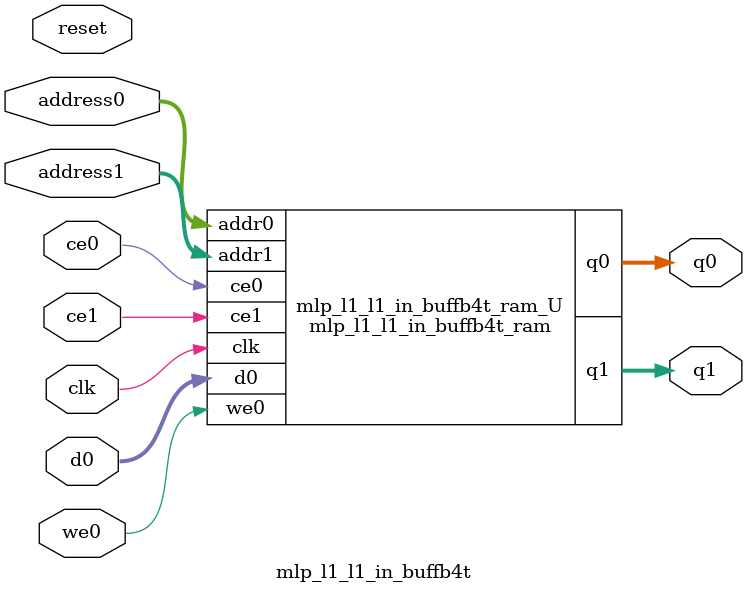
<source format=v>
`timescale 1 ns / 1 ps
module mlp_l1_l1_in_buffb4t_ram (addr0, ce0, d0, we0, q0, addr1, ce1, q1,  clk);

parameter DWIDTH = 8;
parameter AWIDTH = 3;
parameter MEM_SIZE = 7;

input[AWIDTH-1:0] addr0;
input ce0;
input[DWIDTH-1:0] d0;
input we0;
output reg[DWIDTH-1:0] q0;
input[AWIDTH-1:0] addr1;
input ce1;
output reg[DWIDTH-1:0] q1;
input clk;

(* ram_style = "distributed" *)reg [DWIDTH-1:0] ram[0:MEM_SIZE-1];




always @(posedge clk)  
begin 
    if (ce0) begin
        if (we0) 
            ram[addr0] <= d0; 
        q0 <= ram[addr0];
    end
end


always @(posedge clk)  
begin 
    if (ce1) begin
        q1 <= ram[addr1];
    end
end


endmodule

`timescale 1 ns / 1 ps
module mlp_l1_l1_in_buffb4t(
    reset,
    clk,
    address0,
    ce0,
    we0,
    d0,
    q0,
    address1,
    ce1,
    q1);

parameter DataWidth = 32'd8;
parameter AddressRange = 32'd7;
parameter AddressWidth = 32'd3;
input reset;
input clk;
input[AddressWidth - 1:0] address0;
input ce0;
input we0;
input[DataWidth - 1:0] d0;
output[DataWidth - 1:0] q0;
input[AddressWidth - 1:0] address1;
input ce1;
output[DataWidth - 1:0] q1;



mlp_l1_l1_in_buffb4t_ram mlp_l1_l1_in_buffb4t_ram_U(
    .clk( clk ),
    .addr0( address0 ),
    .ce0( ce0 ),
    .we0( we0 ),
    .d0( d0 ),
    .q0( q0 ),
    .addr1( address1 ),
    .ce1( ce1 ),
    .q1( q1 ));

endmodule


</source>
